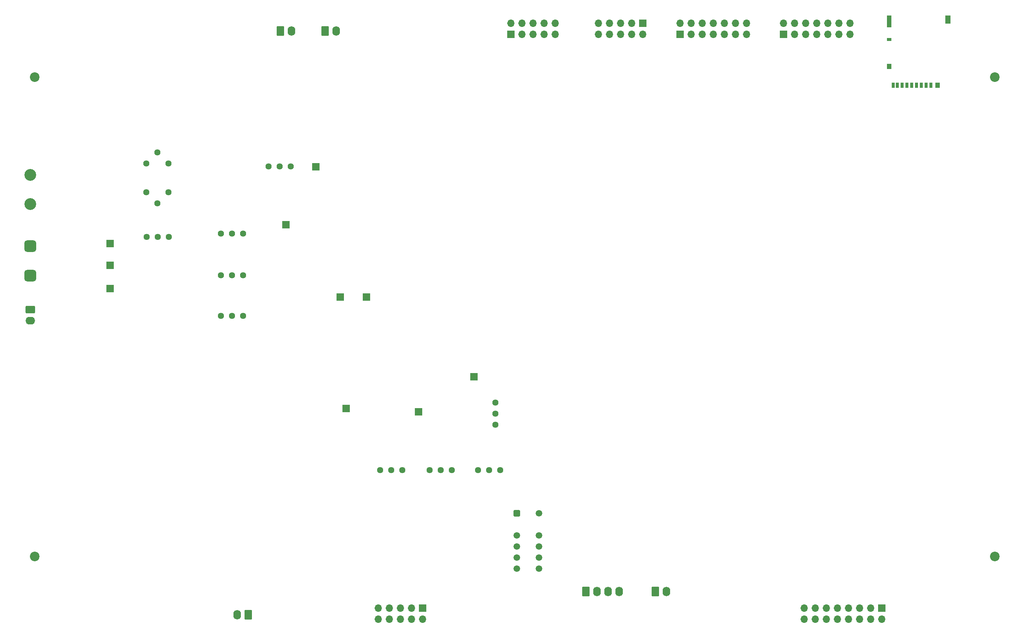
<source format=gbr>
%TF.GenerationSoftware,KiCad,Pcbnew,8.0.8*%
%TF.CreationDate,2025-03-13T09:52:44+00:00*%
%TF.ProjectId,Beehive_Monitor_main_PCB,42656568-6976-4655-9f4d-6f6e69746f72,rev?*%
%TF.SameCoordinates,Original*%
%TF.FileFunction,Soldermask,Bot*%
%TF.FilePolarity,Negative*%
%FSLAX46Y46*%
G04 Gerber Fmt 4.6, Leading zero omitted, Abs format (unit mm)*
G04 Created by KiCad (PCBNEW 8.0.8) date 2025-03-13 09:52:44*
%MOMM*%
%LPD*%
G01*
G04 APERTURE LIST*
G04 Aperture macros list*
%AMRoundRect*
0 Rectangle with rounded corners*
0 $1 Rounding radius*
0 $2 $3 $4 $5 $6 $7 $8 $9 X,Y pos of 4 corners*
0 Add a 4 corners polygon primitive as box body*
4,1,4,$2,$3,$4,$5,$6,$7,$8,$9,$2,$3,0*
0 Add four circle primitives for the rounded corners*
1,1,$1+$1,$2,$3*
1,1,$1+$1,$4,$5*
1,1,$1+$1,$6,$7*
1,1,$1+$1,$8,$9*
0 Add four rect primitives between the rounded corners*
20,1,$1+$1,$2,$3,$4,$5,0*
20,1,$1+$1,$4,$5,$6,$7,0*
20,1,$1+$1,$6,$7,$8,$9,0*
20,1,$1+$1,$8,$9,$2,$3,0*%
G04 Aperture macros list end*
%ADD10RoundRect,0.250000X-0.620000X-0.845000X0.620000X-0.845000X0.620000X0.845000X-0.620000X0.845000X0*%
%ADD11O,1.740000X2.190000*%
%ADD12C,1.440000*%
%ADD13R,1.700000X1.700000*%
%ADD14RoundRect,0.250500X-0.499500X-0.499500X0.499500X-0.499500X0.499500X0.499500X-0.499500X0.499500X0*%
%ADD15C,1.500000*%
%ADD16O,1.700000X1.700000*%
%ADD17RoundRect,0.675000X0.675000X-0.675000X0.675000X0.675000X-0.675000X0.675000X-0.675000X-0.675000X0*%
%ADD18C,2.700000*%
%ADD19C,2.200000*%
%ADD20RoundRect,0.250000X-0.845000X0.620000X-0.845000X-0.620000X0.845000X-0.620000X0.845000X0.620000X0*%
%ADD21O,2.190000X1.740000*%
%ADD22RoundRect,0.250000X0.620000X0.845000X-0.620000X0.845000X-0.620000X-0.845000X0.620000X-0.845000X0*%
%ADD23R,0.700000X1.200000*%
%ADD24R,1.000000X0.800000*%
%ADD25R,1.000000X2.800000*%
%ADD26R,1.000000X1.200000*%
%ADD27R,1.300000X1.900000*%
G04 APERTURE END LIST*
D10*
%TO.C,PI_PWR1*%
X118300000Y-59770000D03*
D11*
X120840000Y-59770000D03*
%TD*%
D12*
%TO.C,RV7*%
X120665000Y-90760000D03*
X118125000Y-90760000D03*
X115585000Y-90760000D03*
%TD*%
D13*
%TO.C,TP_4*%
X119620000Y-104200000D03*
%TD*%
%TO.C,TP_2*%
X79300000Y-108480000D03*
%TD*%
D14*
%TO.C,K2*%
X172530000Y-170365000D03*
D15*
X172530000Y-175445000D03*
X172530000Y-177985000D03*
X172530000Y-180525000D03*
X172530000Y-183065000D03*
X177610000Y-183065000D03*
X177610000Y-180525000D03*
X177610000Y-177985000D03*
X177610000Y-175445000D03*
X177610000Y-170365000D03*
%TD*%
D12*
%TO.C,RV5*%
X109730000Y-125130000D03*
X107190000Y-125130000D03*
X104650000Y-125130000D03*
%TD*%
D13*
%TO.C,TC_1_2*%
X209900000Y-60495000D03*
D16*
X209900000Y-57955000D03*
X212440000Y-60495000D03*
X212440000Y-57955000D03*
X214980000Y-60495000D03*
X214980000Y-57955000D03*
X217520000Y-60495000D03*
X217520000Y-57955000D03*
X220060000Y-60495000D03*
X220060000Y-57955000D03*
X222600000Y-60495000D03*
X222600000Y-57955000D03*
X225140000Y-60495000D03*
X225140000Y-57955000D03*
%TD*%
D12*
%TO.C,RV11*%
X168710000Y-160487500D03*
X166170000Y-160487500D03*
X163630000Y-160487500D03*
%TD*%
D13*
%TO.C,LEDs1*%
X150890000Y-192125000D03*
D16*
X150890000Y-194665000D03*
X148350000Y-192125000D03*
X148350000Y-194665000D03*
X145810000Y-192125000D03*
X145810000Y-194665000D03*
X143270000Y-192125000D03*
X143270000Y-194665000D03*
X140730000Y-192125000D03*
X140730000Y-194665000D03*
%TD*%
D10*
%TO.C,mic_1_LDR1*%
X188360000Y-188360000D03*
D11*
X190900000Y-188360000D03*
X193440000Y-188360000D03*
X195980000Y-188360000D03*
%TD*%
D10*
%TO.C,mic_2*%
X204230000Y-188360000D03*
D11*
X206770000Y-188360000D03*
%TD*%
D12*
%TO.C,RV6*%
X109730000Y-106250000D03*
X107190000Y-106250000D03*
X104650000Y-106250000D03*
%TD*%
D17*
%TO.C,F1*%
X61000000Y-115825000D03*
X61000000Y-109065000D03*
D18*
X61000000Y-99475000D03*
X61000000Y-92715000D03*
%TD*%
D12*
%TO.C,RV8*%
X167585000Y-150077500D03*
X167585000Y-147537500D03*
X167585000Y-144997500D03*
%TD*%
D19*
%TO.C,H2*%
X62020000Y-70330000D03*
%TD*%
D13*
%TO.C,PI_IN1*%
X171195000Y-60495000D03*
D16*
X171195000Y-57955000D03*
X173735000Y-60495000D03*
X173735000Y-57955000D03*
X176275000Y-60495000D03*
X176275000Y-57955000D03*
X178815000Y-60495000D03*
X178815000Y-57955000D03*
X181355000Y-60495000D03*
X181355000Y-57955000D03*
%TD*%
D20*
%TO.C,12_V_PWR2*%
X60975000Y-123680000D03*
D21*
X60975000Y-126220000D03*
%TD*%
D19*
%TO.C,H1*%
X282070000Y-70310000D03*
%TD*%
D13*
%TO.C,TP_9*%
X162700000Y-139060000D03*
%TD*%
%TO.C,TP_5*%
X132070000Y-120770000D03*
%TD*%
%TO.C,TP_1*%
X79290000Y-113510000D03*
%TD*%
D12*
%TO.C,RV9*%
X157575000Y-160487500D03*
X155035000Y-160487500D03*
X152495000Y-160487500D03*
%TD*%
D22*
%TO.C,3.3_V_PWR1*%
X110970000Y-193710000D03*
D11*
X108430000Y-193710000D03*
%TD*%
D19*
%TO.C,H3*%
X62020000Y-180290000D03*
%TD*%
D13*
%TO.C,TP_10*%
X133380000Y-146310000D03*
%TD*%
D12*
%TO.C,RV10*%
X141225000Y-160487500D03*
X143765000Y-160487500D03*
X146305000Y-160487500D03*
%TD*%
%TO.C,RV4*%
X109730000Y-115770000D03*
X107190000Y-115770000D03*
X104650000Y-115770000D03*
%TD*%
%TO.C,RV2*%
X92710000Y-96770000D03*
X90170000Y-99310000D03*
X87630000Y-96770000D03*
%TD*%
%TO.C,RV1*%
X87610000Y-90090000D03*
X90150000Y-87550000D03*
X92690000Y-90090000D03*
%TD*%
D13*
%TO.C,TP_6*%
X138040000Y-120770000D03*
%TD*%
D12*
%TO.C,RV3*%
X92740000Y-107000000D03*
X90200000Y-107000000D03*
X87660000Y-107000000D03*
%TD*%
D13*
%TO.C,TP_3*%
X79260000Y-118820000D03*
%TD*%
%TO.C,TP_8*%
X126475000Y-90900000D03*
%TD*%
D10*
%TO.C,5_V_PWR1*%
X128580000Y-59770000D03*
D11*
X131120000Y-59770000D03*
%TD*%
D13*
%TO.C,Accelerometer1*%
X201395000Y-57945000D03*
D16*
X201395000Y-60485000D03*
X198855000Y-57945000D03*
X198855000Y-60485000D03*
X196315000Y-57945000D03*
X196315000Y-60485000D03*
X193775000Y-57945000D03*
X193775000Y-60485000D03*
X191235000Y-57945000D03*
X191235000Y-60485000D03*
%TD*%
D13*
%TO.C,TP_7*%
X150025000Y-147117500D03*
%TD*%
%TO.C,TC_3_4*%
X233660000Y-60510000D03*
D16*
X233660000Y-57970000D03*
X236200000Y-60510000D03*
X236200000Y-57970000D03*
X238740000Y-60510000D03*
X238740000Y-57970000D03*
X241280000Y-60510000D03*
X241280000Y-57970000D03*
X243820000Y-60510000D03*
X243820000Y-57970000D03*
X246360000Y-60510000D03*
X246360000Y-57970000D03*
X248900000Y-60510000D03*
X248900000Y-57970000D03*
%TD*%
D19*
%TO.C,H4*%
X282070000Y-180280000D03*
%TD*%
D13*
%TO.C,LCD_BTNs1*%
X256120000Y-192130000D03*
D16*
X256120000Y-194670000D03*
X253580000Y-192130000D03*
X253580000Y-194670000D03*
X251040000Y-192130000D03*
X251040000Y-194670000D03*
X248500000Y-192130000D03*
X248500000Y-194670000D03*
X245960000Y-192130000D03*
X245960000Y-194670000D03*
X243420000Y-192130000D03*
X243420000Y-194670000D03*
X240880000Y-192130000D03*
X240880000Y-194670000D03*
X238340000Y-192130000D03*
X238340000Y-194670000D03*
%TD*%
D23*
%TO.C,J5*%
X267415000Y-72170000D03*
X266315000Y-72170000D03*
X265215000Y-72170000D03*
X264115000Y-72170000D03*
X263015000Y-72170000D03*
X261915000Y-72170000D03*
X260815000Y-72170000D03*
X259715000Y-72170000D03*
X258765000Y-72170000D03*
D24*
X257815000Y-61670000D03*
D25*
X257815000Y-57520000D03*
D26*
X257815000Y-67870000D03*
X268965000Y-72170000D03*
D27*
X271315000Y-57070000D03*
%TD*%
M02*

</source>
